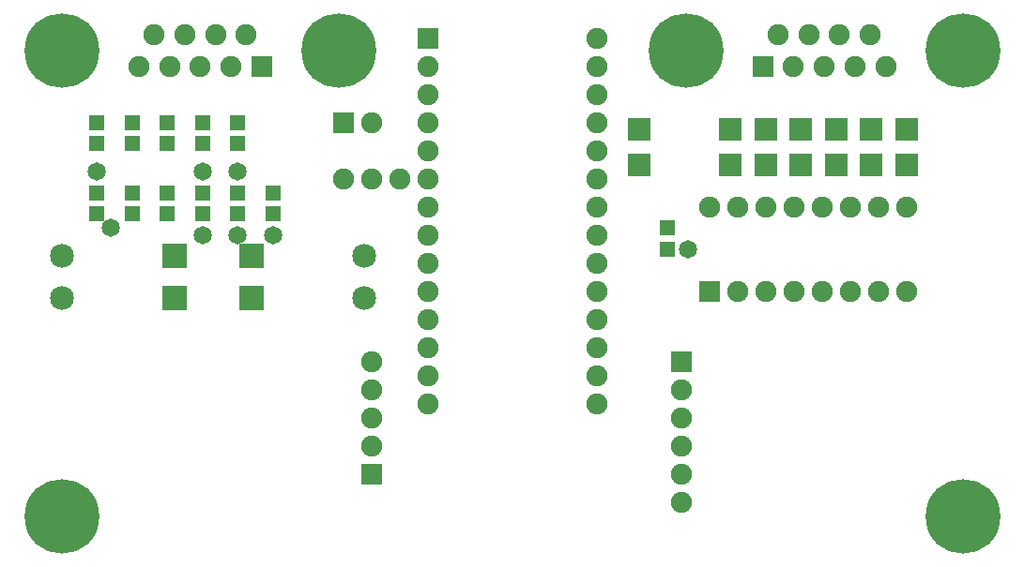
<source format=gts>
G04*
G04  File:            NDCA2.GTS, Sun Aug 22 19:16:03 2021*
G04  Source:          P-CAD 2002 PCB, Version 17.01.22, (C:\Users\David Forbes\Documents\Designs\Nixie\CorvairDash\NDC-A\NDCA2.PCB)*
G04  Format:          Gerber Format (RS-274-D), ASCII*
G04*
G04  Format Options:  Absolute Positioning*
G04                   Leading-Zero Suppression*
G04                   Scale Factor 1:1*
G04                   NO Circular Interpolation*
G04                   Inch Units*
G04                   Numeric Format: 4.4 (XXXX.XXXX)*
G04                   G54 Used for Aperture Change*
G04                   Apertures Embedded*
G04*
G04  File Options:    Offset = (0.0mil,0.0mil)*
G04                   Drill Symbol Size = 80.0mil*
G04                   No Pad/Via Holes*
G04*
G04  File Contents:   Pads*
G04                   Vias*
G04                   No Designators*
G04                   No Types*
G04                   No Values*
G04                   No Drill Symbols*
G04                   Top Mask*
G04*
%INNDCA2.GTS*%
%ICAS*%
%MOIN*%
G04*
G04  Aperture MACROs for general use --- invoked via D-code assignment *
G04*
G04  General MACRO for flashed round with rotation and/or offset hole *
%AMROTOFFROUND*
1,1,$1,0.0000,0.0000*
1,0,$2,$3,$4*%
G04*
G04  General MACRO for flashed oval (obround) with rotation and/or offset hole *
%AMROTOFFOVAL*
21,1,$1,$2,0.0000,0.0000,$3*
1,1,$4,$5,$6*
1,1,$4,0-$5,0-$6*
1,0,$7,$8,$9*%
G04*
G04  General MACRO for flashed oval (obround) with rotation and no hole *
%AMROTOVALNOHOLE*
21,1,$1,$2,0.0000,0.0000,$3*
1,1,$4,$5,$6*
1,1,$4,0-$5,0-$6*%
G04*
G04  General MACRO for flashed rectangle with rotation and/or offset hole *
%AMROTOFFRECT*
21,1,$1,$2,0.0000,0.0000,$3*
1,0,$4,$5,$6*%
G04*
G04  General MACRO for flashed rectangle with rotation and no hole *
%AMROTRECTNOHOLE*
21,1,$1,$2,0.0000,0.0000,$3*%
G04*
G04  General MACRO for flashed rounded-rectangle *
%AMROUNDRECT*
21,1,$1,$2-$4,0.0000,0.0000,$3*
21,1,$1-$4,$2,0.0000,0.0000,$3*
1,1,$4,$5,$6*
1,1,$4,$7,$8*
1,1,$4,0-$5,0-$6*
1,1,$4,0-$7,0-$8*
1,0,$9,$10,$11*%
G04*
G04  General MACRO for flashed rounded-rectangle with rotation and no hole *
%AMROUNDRECTNOHOLE*
21,1,$1,$2-$4,0.0000,0.0000,$3*
21,1,$1-$4,$2,0.0000,0.0000,$3*
1,1,$4,$5,$6*
1,1,$4,$7,$8*
1,1,$4,0-$5,0-$6*
1,1,$4,0-$7,0-$8*%
G04*
G04  General MACRO for flashed regular polygon *
%AMREGPOLY*
5,1,$1,0.0000,0.0000,$2,$3+$4*
1,0,$5,$6,$7*%
G04*
G04  General MACRO for flashed regular polygon with no hole *
%AMREGPOLYNOHOLE*
5,1,$1,0.0000,0.0000,$2,$3+$4*%
G04*
G04  General MACRO for target *
%AMTARGET*
6,0,0,$1,$2,$3,4,$4,$5,$6*%
G04*
G04  General MACRO for mounting hole *
%AMMTHOLE*
1,1,$1,0,0*
1,0,$2,0,0*
$1=$1-$2*
$1=$1/2*
21,1,$2+$1,$3,0,0,$4*
21,1,$3,$2+$1,0,0,$4*%
G04*
G04*
G04  D10 : "Ellipse X10.0mil Y10.0mil H0.0mil 0.0deg (0.0mil,0.0mil) Draw"*
G04  Disc: OuterDia=0.0100*
%ADD10C, 0.0100*%
G04  D11 : "Ellipse X15.0mil Y15.0mil H0.0mil 0.0deg (0.0mil,0.0mil) Draw"*
G04  Disc: OuterDia=0.0150*
%ADD11C, 0.0150*%
G04  D12 : "Ellipse X50.0mil Y50.0mil H0.0mil 0.0deg (0.0mil,0.0mil) Draw"*
G04  Disc: OuterDia=0.0500*
%ADD12C, 0.0500*%
G04  D13 : "Ellipse X6.0mil Y6.0mil H0.0mil 0.0deg (0.0mil,0.0mil) Draw"*
G04  Disc: OuterDia=0.0060*
%ADD13C, 0.0060*%
G04  D14 : "Ellipse X250.0mil Y250.0mil H0.0mil 0.0deg (0.0mil,0.0mil) Flash"*
G04  Disc: OuterDia=0.2500*
%ADD14C, 0.2500*%
G04  D15 : "Ellipse X265.0mil Y265.0mil H0.0mil 0.0deg (0.0mil,0.0mil) Flash"*
G04  Disc: OuterDia=0.2650*
%ADD15C, 0.2650*%
G04  D16 : "Ellipse X60.0mil Y60.0mil H0.0mil 0.0deg (0.0mil,0.0mil) Flash"*
G04  Disc: OuterDia=0.0600*
%ADD16C, 0.0600*%
G04  D17 : "Ellipse X70.0mil Y70.0mil H0.0mil 0.0deg (0.0mil,0.0mil) Flash"*
G04  Disc: OuterDia=0.0700*
%ADD17C, 0.0700*%
G04  D18 : "Ellipse X75.0mil Y75.0mil H0.0mil 0.0deg (0.0mil,0.0mil) Flash"*
G04  Disc: OuterDia=0.0750*
%ADD18C, 0.0750*%
G04  D19 : "Ellipse X85.0mil Y85.0mil H0.0mil 0.0deg (0.0mil,0.0mil) Flash"*
G04  Disc: OuterDia=0.0850*
%ADD19C, 0.0850*%
G04  D20 : "Rectangle X40.0mil Y40.0mil H0.0mil 0.0deg (0.0mil,0.0mil) Flash"*
G04  Square: Side=0.0400, Rotation=0.0, OffsetX=0.0000, OffsetY=0.0000, HoleDia=0.0000*
%ADD20R, 0.0400 X0.0400*%
G04  D21 : "Rectangle X55.0mil Y55.0mil H0.0mil 0.0deg (0.0mil,0.0mil) Flash"*
G04  Square: Side=0.0550, Rotation=0.0, OffsetX=0.0000, OffsetY=0.0000, HoleDia=0.0000*
%ADD21R, 0.0550 X0.0550*%
G04  D22 : "Rectangle X60.0mil Y60.0mil H0.0mil 0.0deg (0.0mil,0.0mil) Flash"*
G04  Square: Side=0.0600, Rotation=0.0, OffsetX=0.0000, OffsetY=0.0000, HoleDia=0.0000*
%ADD22R, 0.0600 X0.0600*%
G04  D23 : "Rectangle X64.0mil Y64.0mil H0.0mil 0.0deg (0.0mil,0.0mil) Flash"*
G04  Square: Side=0.0640, Rotation=0.0, OffsetX=0.0000, OffsetY=0.0000, HoleDia=0.0000*
%ADD23R, 0.0640 X0.0640*%
G04  D24 : "Rectangle X70.0mil Y70.0mil H0.0mil 0.0deg (0.0mil,0.0mil) Flash"*
G04  Square: Side=0.0700, Rotation=0.0, OffsetX=0.0000, OffsetY=0.0000, HoleDia=0.0000*
%ADD24R, 0.0700 X0.0700*%
G04  D25 : "Rectangle X75.0mil Y75.0mil H0.0mil 0.0deg (0.0mil,0.0mil) Flash"*
G04  Square: Side=0.0750, Rotation=0.0, OffsetX=0.0000, OffsetY=0.0000, HoleDia=0.0000*
%ADD25R, 0.0750 X0.0750*%
G04  D26 : "Rectangle X79.0mil Y79.0mil H0.0mil 0.0deg (0.0mil,0.0mil) Flash"*
G04  Square: Side=0.0790, Rotation=0.0, OffsetX=0.0000, OffsetY=0.0000, HoleDia=0.0000*
%ADD26R, 0.0790 X0.0790*%
G04  D27 : "Rectangle X85.0mil Y85.0mil H0.0mil 0.0deg (0.0mil,0.0mil) Flash"*
G04  Square: Side=0.0850, Rotation=0.0, OffsetX=0.0000, OffsetY=0.0000, HoleDia=0.0000*
%ADD27R, 0.0850 X0.0850*%
G04  D28 : "Ellipse X50.0mil Y50.0mil H0.0mil 0.0deg (0.0mil,0.0mil) Flash"*
G04  Disc: OuterDia=0.0500*
%ADD28C, 0.0500*%
G04  D29 : "Ellipse X65.0mil Y65.0mil H0.0mil 0.0deg (0.0mil,0.0mil) Flash"*
G04  Disc: OuterDia=0.0650*
%ADD29C, 0.0650*%
G04*
%FSLAX44Y44*%
%SFA1B1*%
%OFA0.0000B0.0000*%
G04*
G70*
G90*
G01*
D2*
%LNTop Mask*%
G54D15*
X31500Y31500D3*
G54D29*
X37750Y41500D3*
X36500D3*
X37750Y43750D3*
X36500D3*
G54D21*
X35250Y44750D3*
Y45500D3*
X34000Y44750D3*
Y45500D3*
Y42250D3*
Y43000D3*
X37750Y44750D3*
Y45500D3*
X36500Y44750D3*
Y45500D3*
X37750Y43000D3*
Y42250D3*
X36500Y43000D3*
Y42250D3*
G54D26*
X52000Y45250D3*
Y44000D3*
G54D21*
X53000Y41750D3*
Y41000D3*
G54D26*
X55250Y44000D3*
Y45250D3*
X57750Y44000D3*
Y45250D3*
X59000Y44000D3*
Y45250D3*
X61500Y44000D3*
Y45250D3*
G54D27*
X35500Y40750D3*
G54D19*
X31500D3*
G54D29*
X32750Y43750D3*
X39000Y41500D3*
X53750Y41000D3*
G54D15*
X63500Y31500D3*
G54D29*
X33250Y41750D3*
G54D27*
X35500Y39250D3*
G54D19*
X31500D3*
G54D21*
X32750Y44750D3*
Y45500D3*
X35250Y43000D3*
Y42250D3*
X32750Y43000D3*
Y42250D3*
G54D18*
X42500Y43500D3*
X41500D3*
X43500D3*
G54D25*
X41500Y45500D3*
G54D18*
X42500D3*
G54D21*
X39000Y43000D3*
Y42250D3*
G54D26*
X56500Y44000D3*
Y45250D3*
X60250Y44000D3*
Y45250D3*
G54D27*
X38250Y40750D3*
G54D19*
X42250D3*
G54D27*
X38250Y39250D3*
G54D19*
X42250D3*
G54D18*
X42500Y36000D3*
Y35000D3*
G54D25*
Y33000D3*
G54D18*
Y37000D3*
Y34000D3*
G54D25*
X38600Y47500D3*
G54D18*
X37510D3*
X34240D3*
X35330D3*
X38050Y48620D3*
X36960D3*
X34780D3*
X36420Y47500D3*
X35870Y48620D3*
G54D15*
X41340Y48060D3*
X31500D3*
G54D18*
X44500Y35500D3*
Y38500D3*
Y37500D3*
Y41500D3*
Y40500D3*
Y44500D3*
Y43500D3*
Y47500D3*
Y46500D3*
X50500Y35500D3*
Y38500D3*
Y37500D3*
Y41500D3*
Y40500D3*
Y44500D3*
Y43500D3*
Y47500D3*
Y46500D3*
X44500Y42500D3*
Y39500D3*
Y36500D3*
G54D25*
Y48500D3*
G54D18*
Y45500D3*
X50500Y42500D3*
Y39500D3*
Y36500D3*
Y48500D3*
Y45500D3*
X60500Y39500D3*
X61500D3*
X60500Y42500D3*
X61500D3*
X57500Y39500D3*
X58500D3*
X57500Y42500D3*
X58500D3*
G54D25*
X54500Y39500D3*
G54D18*
X55500D3*
X54500Y42500D3*
X55500D3*
X59500Y39500D3*
X56500D3*
X59500Y42500D3*
X56500D3*
X53500Y33000D3*
Y34000D3*
G54D25*
Y37000D3*
G54D18*
Y36000D3*
Y35000D3*
Y32000D3*
X59120Y48620D3*
X60210D3*
X56940D3*
X60760Y47500D3*
X59670D3*
X57490D3*
G54D25*
X56400D3*
G54D18*
X58030Y48620D3*
X58580Y47500D3*
G54D15*
X63500Y48060D3*
X53660D3*
D02M02*

</source>
